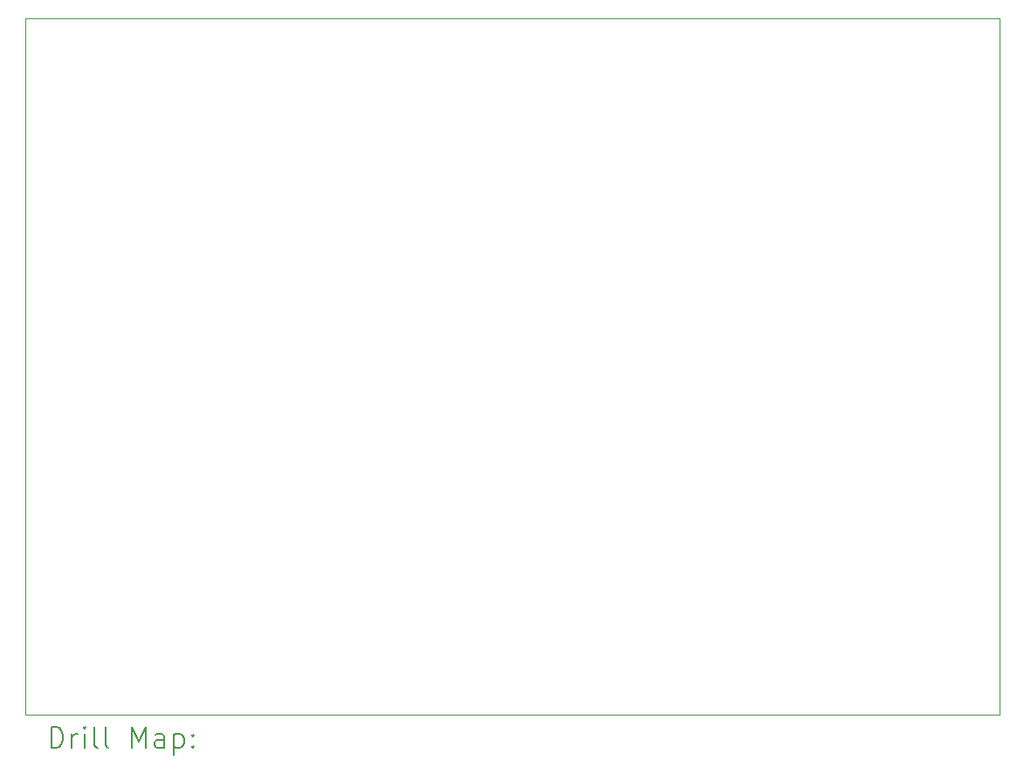
<source format=gbr>
%TF.GenerationSoftware,KiCad,Pcbnew,7.0.6*%
%TF.CreationDate,2024-08-14T17:38:23+03:00*%
%TF.ProjectId,atmegaStepperDriver,61746d65-6761-4537-9465-707065724472,V0.8.4*%
%TF.SameCoordinates,Original*%
%TF.FileFunction,Drillmap*%
%TF.FilePolarity,Positive*%
%FSLAX45Y45*%
G04 Gerber Fmt 4.5, Leading zero omitted, Abs format (unit mm)*
G04 Created by KiCad (PCBNEW 7.0.6) date 2024-08-14 17:38:23*
%MOMM*%
%LPD*%
G01*
G04 APERTURE LIST*
%ADD10C,0.100000*%
%ADD11C,0.200000*%
G04 APERTURE END LIST*
D10*
X5537200Y-9855200D02*
X14986000Y-9855200D01*
X14986000Y-16611600D01*
X5537200Y-16611600D01*
X5537200Y-9855200D01*
D11*
X5792977Y-16928084D02*
X5792977Y-16728084D01*
X5792977Y-16728084D02*
X5840596Y-16728084D01*
X5840596Y-16728084D02*
X5869167Y-16737608D01*
X5869167Y-16737608D02*
X5888215Y-16756655D01*
X5888215Y-16756655D02*
X5897739Y-16775703D01*
X5897739Y-16775703D02*
X5907262Y-16813798D01*
X5907262Y-16813798D02*
X5907262Y-16842370D01*
X5907262Y-16842370D02*
X5897739Y-16880465D01*
X5897739Y-16880465D02*
X5888215Y-16899512D01*
X5888215Y-16899512D02*
X5869167Y-16918560D01*
X5869167Y-16918560D02*
X5840596Y-16928084D01*
X5840596Y-16928084D02*
X5792977Y-16928084D01*
X5992977Y-16928084D02*
X5992977Y-16794750D01*
X5992977Y-16832846D02*
X6002501Y-16813798D01*
X6002501Y-16813798D02*
X6012024Y-16804274D01*
X6012024Y-16804274D02*
X6031072Y-16794750D01*
X6031072Y-16794750D02*
X6050120Y-16794750D01*
X6116786Y-16928084D02*
X6116786Y-16794750D01*
X6116786Y-16728084D02*
X6107262Y-16737608D01*
X6107262Y-16737608D02*
X6116786Y-16747131D01*
X6116786Y-16747131D02*
X6126310Y-16737608D01*
X6126310Y-16737608D02*
X6116786Y-16728084D01*
X6116786Y-16728084D02*
X6116786Y-16747131D01*
X6240596Y-16928084D02*
X6221548Y-16918560D01*
X6221548Y-16918560D02*
X6212024Y-16899512D01*
X6212024Y-16899512D02*
X6212024Y-16728084D01*
X6345358Y-16928084D02*
X6326310Y-16918560D01*
X6326310Y-16918560D02*
X6316786Y-16899512D01*
X6316786Y-16899512D02*
X6316786Y-16728084D01*
X6573929Y-16928084D02*
X6573929Y-16728084D01*
X6573929Y-16728084D02*
X6640596Y-16870941D01*
X6640596Y-16870941D02*
X6707262Y-16728084D01*
X6707262Y-16728084D02*
X6707262Y-16928084D01*
X6888215Y-16928084D02*
X6888215Y-16823322D01*
X6888215Y-16823322D02*
X6878691Y-16804274D01*
X6878691Y-16804274D02*
X6859643Y-16794750D01*
X6859643Y-16794750D02*
X6821548Y-16794750D01*
X6821548Y-16794750D02*
X6802501Y-16804274D01*
X6888215Y-16918560D02*
X6869167Y-16928084D01*
X6869167Y-16928084D02*
X6821548Y-16928084D01*
X6821548Y-16928084D02*
X6802501Y-16918560D01*
X6802501Y-16918560D02*
X6792977Y-16899512D01*
X6792977Y-16899512D02*
X6792977Y-16880465D01*
X6792977Y-16880465D02*
X6802501Y-16861417D01*
X6802501Y-16861417D02*
X6821548Y-16851893D01*
X6821548Y-16851893D02*
X6869167Y-16851893D01*
X6869167Y-16851893D02*
X6888215Y-16842370D01*
X6983453Y-16794750D02*
X6983453Y-16994750D01*
X6983453Y-16804274D02*
X7002501Y-16794750D01*
X7002501Y-16794750D02*
X7040596Y-16794750D01*
X7040596Y-16794750D02*
X7059643Y-16804274D01*
X7059643Y-16804274D02*
X7069167Y-16813798D01*
X7069167Y-16813798D02*
X7078691Y-16832846D01*
X7078691Y-16832846D02*
X7078691Y-16889989D01*
X7078691Y-16889989D02*
X7069167Y-16909036D01*
X7069167Y-16909036D02*
X7059643Y-16918560D01*
X7059643Y-16918560D02*
X7040596Y-16928084D01*
X7040596Y-16928084D02*
X7002501Y-16928084D01*
X7002501Y-16928084D02*
X6983453Y-16918560D01*
X7164405Y-16909036D02*
X7173929Y-16918560D01*
X7173929Y-16918560D02*
X7164405Y-16928084D01*
X7164405Y-16928084D02*
X7154882Y-16918560D01*
X7154882Y-16918560D02*
X7164405Y-16909036D01*
X7164405Y-16909036D02*
X7164405Y-16928084D01*
X7164405Y-16804274D02*
X7173929Y-16813798D01*
X7173929Y-16813798D02*
X7164405Y-16823322D01*
X7164405Y-16823322D02*
X7154882Y-16813798D01*
X7154882Y-16813798D02*
X7164405Y-16804274D01*
X7164405Y-16804274D02*
X7164405Y-16823322D01*
M02*

</source>
